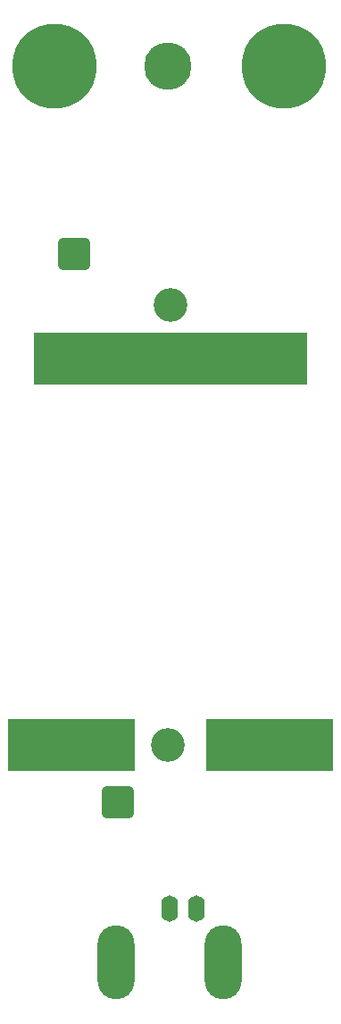
<source format=gbr>
%TF.GenerationSoftware,KiCad,Pcbnew,(6.0.6)*%
%TF.CreationDate,2023-04-06T13:29:05+02:00*%
%TF.ProjectId,1to5UnUn,31746f35-556e-4556-9e2e-6b696361645f,rev?*%
%TF.SameCoordinates,Original*%
%TF.FileFunction,Soldermask,Top*%
%TF.FilePolarity,Negative*%
%FSLAX46Y46*%
G04 Gerber Fmt 4.6, Leading zero omitted, Abs format (unit mm)*
G04 Created by KiCad (PCBNEW (6.0.6)) date 2023-04-06 13:29:05*
%MOMM*%
%LPD*%
G01*
G04 APERTURE LIST*
G04 Aperture macros list*
%AMRoundRect*
0 Rectangle with rounded corners*
0 $1 Rounding radius*
0 $2 $3 $4 $5 $6 $7 $8 $9 X,Y pos of 4 corners*
0 Add a 4 corners polygon primitive as box body*
4,1,4,$2,$3,$4,$5,$6,$7,$8,$9,$2,$3,0*
0 Add four circle primitives for the rounded corners*
1,1,$1+$1,$2,$3*
1,1,$1+$1,$4,$5*
1,1,$1+$1,$6,$7*
1,1,$1+$1,$8,$9*
0 Add four rect primitives between the rounded corners*
20,1,$1+$1,$2,$3,$4,$5,0*
20,1,$1+$1,$4,$5,$6,$7,0*
20,1,$1+$1,$6,$7,$8,$9,0*
20,1,$1+$1,$8,$9,$2,$3,0*%
G04 Aperture macros list end*
%ADD10RoundRect,0.375000X-1.125000X-1.125000X1.125000X-1.125000X1.125000X1.125000X-1.125000X1.125000X0*%
%ADD11C,1.500000*%
%ADD12C,8.000000*%
%ADD13C,0.800000*%
%ADD14C,3.200000*%
%ADD15O,1.600000X2.500000*%
%ADD16O,3.500000X7.000000*%
%ADD17R,12.000000X5.000000*%
%ADD18R,26.000000X5.000000*%
%ADD19C,4.500000*%
G04 APERTURE END LIST*
D10*
%TO.C,*%
X58750000Y-140750000D03*
%TD*%
D11*
%TO.C,REF\u002A\u002A*%
X74500000Y-73370000D03*
D12*
X74500000Y-71120000D03*
D13*
X76750000Y-71120000D03*
X72909010Y-69529010D03*
X76090990Y-72710990D03*
X76090990Y-69529010D03*
X72250000Y-71120000D03*
X74500000Y-68870000D03*
X72909010Y-72710990D03*
%TD*%
D10*
%TO.C,REF\u002A\u002A*%
X54610000Y-88900000D03*
%TD*%
D14*
%TO.C,*%
X63754000Y-93726000D03*
%TD*%
D11*
%TO.C,REF\u002A\u002A*%
X52750000Y-73370000D03*
D12*
X52750000Y-71120000D03*
D13*
X55000000Y-71120000D03*
X51159010Y-69529010D03*
X54340990Y-72710990D03*
X54340990Y-69529010D03*
X50500000Y-71120000D03*
X52750000Y-68870000D03*
X51159010Y-72710990D03*
%TD*%
D15*
%TO.C,REF\u002A\u002A*%
X63652400Y-150876000D03*
X66192400Y-150876000D03*
D16*
X68732400Y-155956000D03*
X58572400Y-155956000D03*
%TD*%
D17*
%TO.C,REF\u002A\u002A*%
X54356000Y-135382000D03*
%TD*%
D18*
%TO.C,REF\u002A\u002A*%
X63754000Y-98806000D03*
%TD*%
D17*
%TO.C,*%
X73152000Y-135382000D03*
%TD*%
D19*
%TO.C,H5*%
X63500000Y-71120000D03*
%TD*%
D14*
%TO.C,*%
X63500000Y-135382000D03*
%TD*%
M02*

</source>
